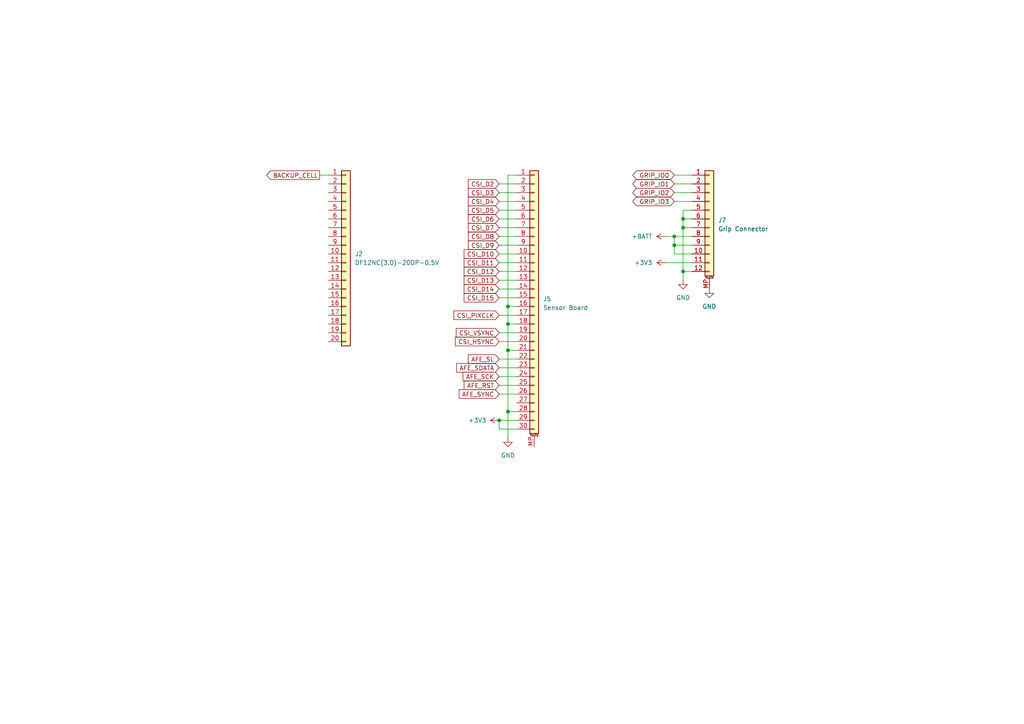
<source format=kicad_sch>
(kicad_sch (version 20230121) (generator eeschema)
  (paper "A4")
  (lib_symbols
    (symbol "+3V3_1" (power) (pin_names (offset 0))
      (property "Value" "+3V3_1" (at 0 3.556 0))
      (symbol "+3V3_1_0_1"
        (polyline (pts (xy -0.762 1.27) (xy 0 2.54)))
        (polyline (pts (xy 0 0) (xy 0 2.54)))
        (polyline (pts (xy 0 2.54) (xy 0.762 1.27)))
      )
      (symbol "+3V3_1_1_1"
        (pin power_in line (at 0 0 90) (length 0) hide (name "+3V3") (number "1"))
      )
    )
    (symbol "Connector_Generic:Conn_01x20" (pin_names (offset 1.016) hide)
      (property "Reference" "J" (at 0 25.4 0))
      (property "Value" "Conn_01x20" (at 0 -27.94 0))
      (symbol "Conn_01x20_1_1"
        (rectangle (start -1.27 -25.273) (end 0 -25.527) (stroke (width 0.1524)))
        (rectangle (start -1.27 -22.733) (end 0 -22.987) (stroke (width 0.1524)))
        (rectangle (start -1.27 -20.193) (end 0 -20.447) (stroke (width 0.1524)))
        (rectangle (start -1.27 -17.653) (end 0 -17.907) (stroke (width 0.1524)))
        (rectangle (start -1.27 -15.113) (end 0 -15.367) (stroke (width 0.1524)))
        (rectangle (start -1.27 -12.573) (end 0 -12.827) (stroke (width 0.1524)))
        (rectangle (start -1.27 -10.033) (end 0 -10.287) (stroke (width 0.1524)))
        (rectangle (start -1.27 -7.493) (end 0 -7.747) (stroke (width 0.1524)))
        (rectangle (start -1.27 -4.953) (end 0 -5.207) (stroke (width 0.1524)))
        (rectangle (start -1.27 -2.413) (end 0 -2.667) (stroke (width 0.1524)))
        (rectangle (start -1.27 0.127) (end 0 -0.127) (stroke (width 0.1524)))
        (rectangle (start -1.27 2.667) (end 0 2.413) (stroke (width 0.1524)))
        (rectangle (start -1.27 5.207) (end 0 4.953) (stroke (width 0.1524)))
        (rectangle (start -1.27 7.747) (end 0 7.493) (stroke (width 0.1524)))
        (rectangle (start -1.27 10.287) (end 0 10.033) (stroke (width 0.1524)))
        (rectangle (start -1.27 12.827) (end 0 12.573) (stroke (width 0.1524)))
        (rectangle (start -1.27 15.367) (end 0 15.113) (stroke (width 0.1524)))
        (rectangle (start -1.27 17.907) (end 0 17.653) (stroke (width 0.1524)))
        (rectangle (start -1.27 20.447) (end 0 20.193) (stroke (width 0.1524)))
        (rectangle (start -1.27 22.987) (end 0 22.733) (stroke (width 0.1524)))
        (rectangle (start -1.27 24.13) (end 1.27 -26.67) (stroke (width 0.254)) (fill (type background)))
        (pin passive line (at -5.08 22.86 0) (length 3.81) (name "Pin_1") (number "1"))
        (pin passive line (at -5.08 0 0) (length 3.81) (name "Pin_10") (number "10"))
        (pin passive line (at -5.08 -2.54 0) (length 3.81) (name "Pin_11") (number "11"))
        (pin passive line (at -5.08 -5.08 0) (length 3.81) (name "Pin_12") (number "12"))
        (pin passive line (at -5.08 -7.62 0) (length 3.81) (name "Pin_13") (number "13"))
        (pin passive line (at -5.08 -10.16 0) (length 3.81) (name "Pin_14") (number "14"))
        (pin passive line (at -5.08 -12.7 0) (length 3.81) (name "Pin_15") (number "15"))
        (pin passive line (at -5.08 -15.24 0) (length 3.81) (name "Pin_16") (number "16"))
        (pin passive line (at -5.08 -17.78 0) (length 3.81) (name "Pin_17") (number "17"))
        (pin passive line (at -5.08 -20.32 0) (length 3.81) (name "Pin_18") (number "18"))
        (pin passive line (at -5.08 -22.86 0) (length 3.81) (name "Pin_19") (number "19"))
        (pin passive line (at -5.08 20.32 0) (length 3.81) (name "Pin_2") (number "2"))
        (pin passive line (at -5.08 -25.4 0) (length 3.81) (name "Pin_20") (number "20"))
        (pin passive line (at -5.08 17.78 0) (length 3.81) (name "Pin_3") (number "3"))
        (pin passive line (at -5.08 15.24 0) (length 3.81) (name "Pin_4") (number "4"))
        (pin passive line (at -5.08 12.7 0) (length 3.81) (name "Pin_5") (number "5"))
        (pin passive line (at -5.08 10.16 0) (length 3.81) (name "Pin_6") (number "6"))
        (pin passive line (at -5.08 7.62 0) (length 3.81) (name "Pin_7") (number "7"))
        (pin passive line (at -5.08 5.08 0) (length 3.81) (name "Pin_8") (number "8"))
        (pin passive line (at -5.08 2.54 0) (length 3.81) (name "Pin_9") (number "9"))
      )
    )
    (symbol "Connector_Generic_MountingPin:Conn_01x12_MountingPin" (pin_names (offset 1.016) hide)
      (property "Reference" "J" (at 0 15.24 0))
      (property "Value" "Conn_01x12_MountingPin" (at 1.27 -17.78 0))
      (symbol "Conn_01x12_MountingPin_1_1"
        (rectangle (start -1.27 -15.113) (end 0 -15.367) (stroke (width 0.1524)))
        (rectangle (start -1.27 -12.573) (end 0 -12.827) (stroke (width 0.1524)))
        (rectangle (start -1.27 -10.033) (end 0 -10.287) (stroke (width 0.1524)))
        (rectangle (start -1.27 -7.493) (end 0 -7.747) (stroke (width 0.1524)))
        (rectangle (start -1.27 -4.953) (end 0 -5.207) (stroke (width 0.1524)))
        (rectangle (start -1.27 -2.413) (end 0 -2.667) (stroke (width 0.1524)))
        (rectangle (start -1.27 0.127) (end 0 -0.127) (stroke (width 0.1524)))
        (rectangle (start -1.27 2.667) (end 0 2.413) (stroke (width 0.1524)))
        (rectangle (start -1.27 5.207) (end 0 4.953) (stroke (width 0.1524)))
        (rectangle (start -1.27 7.747) (end 0 7.493) (stroke (width 0.1524)))
        (rectangle (start -1.27 10.287) (end 0 10.033) (stroke (width 0.1524)))
        (rectangle (start -1.27 12.827) (end 0 12.573) (stroke (width 0.1524)))
        (rectangle (start -1.27 13.97) (end 1.27 -16.51) (stroke (width 0.254)) (fill (type background)))
        (polyline (pts (xy -1.016 -17.272) (xy 1.016 -17.272)) (stroke (width 0.1524)))
        (text "Mounting" (at 0 -16.891 0) (effects (font (size 0.381 0.381))))
        (pin passive line (at -5.08 12.7 0) (length 3.81) (name "Pin_1") (number "1"))
        (pin passive line (at -5.08 -10.16 0) (length 3.81) (name "Pin_10") (number "10"))
        (pin passive line (at -5.08 -12.7 0) (length 3.81) (name "Pin_11") (number "11"))
        (pin passive line (at -5.08 -15.24 0) (length 3.81) (name "Pin_12") (number "12"))
        (pin passive line (at -5.08 10.16 0) (length 3.81) (name "Pin_2") (number "2"))
        (pin passive line (at -5.08 7.62 0) (length 3.81) (name "Pin_3") (number "3"))
        (pin passive line (at -5.08 5.08 0) (length 3.81) (name "Pin_4") (number "4"))
        (pin passive line (at -5.08 2.54 0) (length 3.81) (name "Pin_5") (number "5"))
        (pin passive line (at -5.08 0 0) (length 3.81) (name "Pin_6") (number "6"))
        (pin passive line (at -5.08 -2.54 0) (length 3.81) (name "Pin_7") (number "7"))
        (pin passive line (at -5.08 -5.08 0) (length 3.81) (name "Pin_8") (number "8"))
        (pin passive line (at -5.08 -7.62 0) (length 3.81) (name "Pin_9") (number "9"))
        (pin passive line (at 0 -20.32 90) (length 3.048) (name "MountPin") (number "MP"))
      )
    )
    (symbol "Connector_Generic_MountingPin:Conn_01x30_MountingPin" (pin_names (offset 1.016) hide)
      (property "Reference" "J" (at 0 38.1 0))
      (property "Value" "Conn_01x30_MountingPin" (at 1.27 -40.64 0))
      (symbol "Conn_01x30_MountingPin_1_1"
        (rectangle (start -1.27 -37.973) (end 0 -38.227) (stroke (width 0.1524)))
        (rectangle (start -1.27 -35.433) (end 0 -35.687) (stroke (width 0.1524)))
        (rectangle (start -1.27 -32.893) (end 0 -33.147) (stroke (width 0.1524)))
        (rectangle (start -1.27 -30.353) (end 0 -30.607) (stroke (width 0.1524)))
        (rectangle (start -1.27 -27.813) (end 0 -28.067) (stroke (width 0.1524)))
        (rectangle (start -1.27 -25.273) (end 0 -25.527) (stroke (width 0.1524)))
        (rectangle (start -1.27 -22.733) (end 0 -22.987) (stroke (width 0.1524)))
        (rectangle (start -1.27 -20.193) (end 0 -20.447) (stroke (width 0.1524)))
        (rectangle (start -1.27 -17.653) (end 0 -17.907) (stroke (width 0.1524)))
        (rectangle (start -1.27 -15.113) (end 0 -15.367) (stroke (width 0.1524)))
        (rectangle (start -1.27 -12.573) (end 0 -12.827) (stroke (width 0.1524)))
        (rectangle (start -1.27 -10.033) (end 0 -10.287) (stroke (width 0.1524)))
        (rectangle (start -1.27 -7.493) (end 0 -7.747) (stroke (width 0.1524)))
        (rectangle (start -1.27 -4.953) (end 0 -5.207) (stroke (width 0.1524)))
        (rectangle (start -1.27 -2.413) (end 0 -2.667) (stroke (width 0.1524)))
        (rectangle (start -1.27 0.127) (end 0 -0.127) (stroke (width 0.1524)))
        (rectangle (start -1.27 2.667) (end 0 2.413) (stroke (width 0.1524)))
        (rectangle (start -1.27 5.207) (end 0 4.953) (stroke (width 0.1524)))
        (rectangle (start -1.27 7.747) (end 0 7.493) (stroke (width 0.1524)))
        (rectangle (start -1.27 10.287) (end 0 10.033) (stroke (width 0.1524)))
        (rectangle (start -1.27 12.827) (end 0 12.573) (stroke (width 0.1524)))
        (rectangle (start -1.27 15.367) (end 0 15.113) (stroke (width 0.1524)))
        (rectangle (start -1.27 17.907) (end 0 17.653) (stroke (width 0.1524)))
        (rectangle (start -1.27 20.447) (end 0 20.193) (stroke (width 0.1524)))
        (rectangle (start -1.27 22.987) (end 0 22.733) (stroke (width 0.1524)))
        (rectangle (start -1.27 25.527) (end 0 25.273) (stroke (width 0.1524)))
        (rectangle (start -1.27 28.067) (end 0 27.813) (stroke (width 0.1524)))
        (rectangle (start -1.27 30.607) (end 0 30.353) (stroke (width 0.1524)))
        (rectangle (start -1.27 33.147) (end 0 32.893) (stroke (width 0.1524)))
        (rectangle (start -1.27 35.687) (end 0 35.433) (stroke (width 0.1524)))
        (rectangle (start -1.27 36.83) (end 1.27 -39.37) (stroke (width 0.254)) (fill (type background)))
        (polyline (pts (xy -1.016 -40.132) (xy 1.016 -40.132)) (stroke (width 0.1524)))
        (text "Mounting" (at 0 -39.751 0) (effects (font (size 0.381 0.381))))
        (pin passive line (at -5.08 35.56 0) (length 3.81) (name "Pin_1") (number "1"))
        (pin passive line (at -5.08 12.7 0) (length 3.81) (name "Pin_10") (number "10"))
        (pin passive line (at -5.08 10.16 0) (length 3.81) (name "Pin_11") (number "11"))
        (pin passive line (at -5.08 7.62 0) (length 3.81) (name "Pin_12") (number "12"))
        (pin passive line (at -5.08 5.08 0) (length 3.81) (name "Pin_13") (number "13"))
        (pin passive line (at -5.08 2.54 0) (length 3.81) (name "Pin_14") (number "14"))
        (pin passive line (at -5.08 0 0) (length 3.81) (name "Pin_15") (number "15"))
        (pin passive line (at -5.08 -2.54 0) (length 3.81) (name "Pin_16") (number "16"))
        (pin passive line (at -5.08 -5.08 0) (length 3.81) (name "Pin_17") (number "17"))
        (pin passive line (at -5.08 -7.62 0) (length 3.81) (name "Pin_18") (number "18"))
        (pin passive line (at -5.08 -10.16 0) (length 3.81) (name "Pin_19") (number "19"))
        (pin passive line (at -5.08 33.02 0) (length 3.81) (name "Pin_2") (number "2"))
        (pin passive line (at -5.08 -12.7 0) (length 3.81) (name "Pin_20") (number "20"))
        (pin passive line (at -5.08 -15.24 0) (length 3.81) (name "Pin_21") (number "21"))
        (pin passive line (at -5.08 -17.78 0) (length 3.81) (name "Pin_22") (number "22"))
        (pin passive line (at -5.08 -20.32 0) (length 3.81) (name "Pin_23") (number "23"))
        (pin passive line (at -5.08 -22.86 0) (length 3.81) (name "Pin_24") (number "24"))
        (pin passive line (at -5.08 -25.4 0) (length 3.81) (name "Pin_25") (number "25"))
        (pin passive line (at -5.08 -27.94 0) (length 3.81) (name "Pin_26") (number "26"))
        (pin passive line (at -5.08 -30.48 0) (length 3.81) (name "Pin_27") (number "27"))
        (pin passive line (at -5.08 -33.02 0) (length 3.81) (name "Pin_28") (number "28"))
        (pin passive line (at -5.08 -35.56 0) (length 3.81) (name "Pin_29") (number "29"))
        (pin passive line (at -5.08 30.48 0) (length 3.81) (name "Pin_3") (number "3"))
        (pin passive line (at -5.08 -38.1 0) (length 3.81) (name "Pin_30") (number "30"))
        (pin passive line (at -5.08 27.94 0) (length 3.81) (name "Pin_4") (number "4"))
        (pin passive line (at -5.08 25.4 0) (length 3.81) (name "Pin_5") (number "5"))
        (pin passive line (at -5.08 22.86 0) (length 3.81) (name "Pin_6") (number "6"))
        (pin passive line (at -5.08 20.32 0) (length 3.81) (name "Pin_7") (number "7"))
        (pin passive line (at -5.08 17.78 0) (length 3.81) (name "Pin_8") (number "8"))
        (pin passive line (at -5.08 15.24 0) (length 3.81) (name "Pin_9") (number "9"))
        (pin passive line (at 0 -43.18 90) (length 3.048) (name "MountPin") (number "MP"))
      )
    )
    (symbol "power:+3V3" (power) (pin_names (offset 0))
      (property "Value" "+3V3" (at 0 3.556 0))
      (symbol "+3V3_0_1"
        (polyline (pts (xy -0.762 1.27) (xy 0 2.54)))
        (polyline (pts (xy 0 0) (xy 0 2.54)))
        (polyline (pts (xy 0 2.54) (xy 0.762 1.27)))
      )
      (symbol "+3V3_1_1"
        (pin power_in line (at 0 0 90) (length 0) hide (name "+3V3") (number "1"))
      )
    )
    (symbol "power:+BATT" (power) (pin_names (offset 0))
      (property "Value" "+BATT" (at 0 3.556 0))
      (symbol "+BATT_0_1"
        (polyline (pts (xy -0.762 1.27) (xy 0 2.54)))
        (polyline (pts (xy 0 0) (xy 0 2.54)))
        (polyline (pts (xy 0 2.54) (xy 0.762 1.27)))
      )
      (symbol "+BATT_1_1"
        (pin power_in line (at 0 0 90) (length 0) hide (name "+BATT") (number "1"))
      )
    )
    (symbol "power:GND" (power) (pin_names (offset 0))
      (property "Value" "GND" (at 0 -3.81 0))
      (symbol "GND_0_1"
        (polyline (pts (xy 0 0) (xy 0 -1.27) (xy 1.27 -1.27) (xy 0 -2.54) (xy -1.27 -1.27) (xy 0 -1.27)))
      )
      (symbol "GND_1_1"
        (pin power_in line (at 0 0 270) (length 0) hide (name "GND") (number "1"))
      )
    )
  )
  (junction (at 198.12 66.04))
  (junction (at 195.58 71.12))
  (junction (at 198.12 78.74))
  (junction (at 144.78 121.92))
  (junction (at 147.32 93.98))
  (junction (at 147.32 88.9))
  (junction (at 198.12 63.5))
  (junction (at 147.32 101.6))
  (junction (at 195.58 68.58))
  (junction (at 147.32 119.38))
  (wire (pts (xy 144.78 78.74) (xy 149.86 78.74)))
  (wire (pts (xy 198.12 63.5) (xy 198.12 66.04)))
  (wire (pts (xy 198.12 63.5) (xy 200.66 63.5)))
  (wire (pts (xy 144.78 60.96) (xy 149.86 60.96)))
  (wire (pts (xy 147.32 101.6) (xy 149.86 101.6)))
  (wire (pts (xy 144.78 66.04) (xy 149.86 66.04)))
  (wire (pts (xy 144.78 53.34) (xy 149.86 53.34)))
  (wire (pts (xy 147.32 119.38) (xy 149.86 119.38)))
  (wire (pts (xy 144.78 99.06) (xy 149.86 99.06)))
  (wire (pts (xy 200.66 73.66) (xy 195.58 73.66)))
  (wire (pts (xy 198.12 66.04) (xy 198.12 78.74)))
  (wire (pts (xy 149.86 124.46) (xy 144.78 124.46)))
  (wire (pts (xy 195.58 55.88) (xy 200.66 55.88)))
  (wire (pts (xy 144.78 86.36) (xy 149.86 86.36)))
  (wire (pts (xy 144.78 63.5) (xy 149.86 63.5)))
  (wire (pts (xy 147.32 88.9) (xy 147.32 93.98)))
  (wire (pts (xy 144.78 55.88) (xy 149.86 55.88)))
  (wire (pts (xy 198.12 78.74) (xy 200.66 78.74)))
  (wire (pts (xy 193.04 68.58) (xy 195.58 68.58)))
  (wire (pts (xy 92.71 50.8) (xy 95.25 50.8)))
  (wire (pts (xy 144.78 91.44) (xy 149.86 91.44)))
  (wire (pts (xy 147.32 93.98) (xy 149.86 93.98)))
  (wire (pts (xy 147.32 93.98) (xy 147.32 101.6)))
  (wire (pts (xy 144.78 71.12) (xy 149.86 71.12)))
  (wire (pts (xy 149.86 104.14) (xy 144.78 104.14)))
  (wire (pts (xy 195.58 73.66) (xy 195.58 71.12)))
  (wire (pts (xy 144.78 76.2) (xy 149.86 76.2)))
  (wire (pts (xy 200.66 60.96) (xy 198.12 60.96)))
  (wire (pts (xy 144.78 121.92) (xy 149.86 121.92)))
  (wire (pts (xy 198.12 66.04) (xy 200.66 66.04)))
  (wire (pts (xy 147.32 88.9) (xy 149.86 88.9)))
  (wire (pts (xy 144.78 83.82) (xy 149.86 83.82)))
  (wire (pts (xy 144.78 73.66) (xy 149.86 73.66)))
  (wire (pts (xy 193.04 76.2) (xy 200.66 76.2)))
  (wire (pts (xy 198.12 78.74) (xy 198.12 81.28)))
  (wire (pts (xy 195.58 71.12) (xy 195.58 68.58)))
  (wire (pts (xy 149.86 50.8) (xy 147.32 50.8)))
  (wire (pts (xy 198.12 60.96) (xy 198.12 63.5)))
  (wire (pts (xy 147.32 119.38) (xy 147.32 127)))
  (wire (pts (xy 195.58 68.58) (xy 200.66 68.58)))
  (wire (pts (xy 195.58 50.8) (xy 200.66 50.8)))
  (wire (pts (xy 149.86 111.76) (xy 144.78 111.76)))
  (wire (pts (xy 149.86 106.68) (xy 144.78 106.68)))
  (wire (pts (xy 149.86 114.3) (xy 144.78 114.3)))
  (wire (pts (xy 195.58 58.42) (xy 200.66 58.42)))
  (wire (pts (xy 144.78 96.52) (xy 149.86 96.52)))
  (wire (pts (xy 144.78 68.58) (xy 149.86 68.58)))
  (wire (pts (xy 144.78 124.46) (xy 144.78 121.92)))
  (wire (pts (xy 195.58 53.34) (xy 200.66 53.34)))
  (wire (pts (xy 149.86 109.22) (xy 144.78 109.22)))
  (wire (pts (xy 144.78 81.28) (xy 149.86 81.28)))
  (wire (pts (xy 195.58 71.12) (xy 200.66 71.12)))
  (wire (pts (xy 147.32 50.8) (xy 147.32 88.9)))
  (wire (pts (xy 144.78 58.42) (xy 149.86 58.42)))
  (wire (pts (xy 147.32 101.6) (xy 147.32 119.38)))
  (global_label "AFE_RST" (shape input) (at 144.78 111.76 180) (property "Intersheetrefs" "${INTERSHEET_REFS}" (effects hide)))
  (global_label "CSI_D8" (shape input) (at 144.78 68.58 180) (property "Intersheetrefs" "${INTERSHEET_REFS}" (effects hide)))
  (global_label "AFE_SCK" (shape input) (at 144.78 109.22 180) (property "Intersheetrefs" "${INTERSHEET_REFS}" (effects hide)))
  (global_label "CSI_D9" (shape input) (at 144.78 71.12 180) (property "Intersheetrefs" "${INTERSHEET_REFS}" (effects hide)))
  (global_label "CSI_HSYNC" (shape input) (at 144.78 99.06 180) (property "Intersheetrefs" "${INTERSHEET_REFS}" (effects hide)))
  (global_label "CSI_D13" (shape input) (at 144.78 81.28 180) (property "Intersheetrefs" "${INTERSHEET_REFS}" (effects hide)))
  (global_label "CSI_D14" (shape input) (at 144.78 83.82 180) (property "Intersheetrefs" "${INTERSHEET_REFS}" (effects hide)))
  (global_label "CSI_D10" (shape input) (at 144.78 73.66 180) (property "Intersheetrefs" "${INTERSHEET_REFS}" (effects hide)))
  (global_label "CSI_D2" (shape input) (at 144.78 53.34 180) (property "Intersheetrefs" "${INTERSHEET_REFS}" (effects hide)))
  (global_label "AFE_SL" (shape input) (at 144.78 104.14 180) (property "Intersheetrefs" "${INTERSHEET_REFS}" (effects hide)))
  (global_label "CSI_D3" (shape input) (at 144.78 55.88 180) (property "Intersheetrefs" "${INTERSHEET_REFS}" (effects hide)))
  (global_label "CSI_D15" (shape input) (at 144.78 86.36 180) (property "Intersheetrefs" "${INTERSHEET_REFS}" (effects hide)))
  (global_label "CSI_D6" (shape input) (at 144.78 63.5 180) (property "Intersheetrefs" "${INTERSHEET_REFS}" (effects hide)))
  (global_label "CSI_PIXCLK" (shape input) (at 144.78 91.44 180) (property "Intersheetrefs" "${INTERSHEET_REFS}" (effects hide)))
  (global_label "CSI_D5" (shape input) (at 144.78 60.96 180) (property "Intersheetrefs" "${INTERSHEET_REFS}" (effects hide)))
  (global_label "GRIP_IO0" (shape bidirectional) (at 195.58 50.8 180) (property "Intersheetrefs" "${INTERSHEET_REFS}" (effects hide)))
  (global_label "AFE_SDATA" (shape input) (at 144.78 106.68 180) (property "Intersheetrefs" "${INTERSHEET_REFS}" (effects hide)))
  (global_label "CSI_D11" (shape input) (at 144.78 76.2 180) (property "Intersheetrefs" "${INTERSHEET_REFS}" (effects hide)))
  (global_label "AFE_SYNC" (shape input) (at 144.78 114.3 180) (property "Intersheetrefs" "${INTERSHEET_REFS}" (effects hide)))
  (global_label "BACKUP_CELL" (shape output) (at 92.71 50.8 180) (property "Intersheetrefs" "${INTERSHEET_REFS}" (effects hide)))
  (global_label "CSI_D12" (shape input) (at 144.78 78.74 180) (property "Intersheetrefs" "${INTERSHEET_REFS}" (effects hide)))
  (global_label "GRIP_IO2" (shape bidirectional) (at 195.58 55.88 180) (property "Intersheetrefs" "${INTERSHEET_REFS}" (effects hide)))
  (global_label "CSI_VSYNC" (shape input) (at 144.78 96.52 180) (property "Intersheetrefs" "${INTERSHEET_REFS}" (effects hide)))
  (global_label "CSI_D7" (shape input) (at 144.78 66.04 180) (property "Intersheetrefs" "${INTERSHEET_REFS}" (effects hide)))
  (global_label "GRIP_IO3" (shape bidirectional) (at 195.58 58.42 180) (property "Intersheetrefs" "${INTERSHEET_REFS}" (effects hide)))
  (global_label "CSI_D4" (shape input) (at 144.78 58.42 180) (property "Intersheetrefs" "${INTERSHEET_REFS}" (effects hide)))
  (global_label "GRIP_IO1" (shape bidirectional) (at 195.58 53.34 180) (property "Intersheetrefs" "${INTERSHEET_REFS}" (effects hide)))
  (symbol (lib_id "power:+BATT") (at 193.04 68.58 90) (unit 1)
    (property "Reference" "#PWR089" (effects hide))
    (property "Value" "+BATT" (at 189.23 68.58 90) (effects (justify left)))
  )
  (symbol (lib_id "power:GND") (at 205.74 83.82 0) (unit 1)
    (property "Reference" "#PWR03" (effects hide))
    (property "Value" "GND" (at 205.74 88.9 0))
  )
  (symbol (lib_id "Connector_Generic_MountingPin:Conn_01x30_MountingPin") (at 154.94 86.36 0) (unit 1)
    (property "Reference" "J5" (at 157.48 86.7156 0) (effects (justify left)))
    (property "Value" "Sensor Board" (at 157.48 89.2556 0) (effects (justify left)))
    (property "Footprint" "Connector_FFC-FPC:Hirose_FH12-30S-0.5SH_1x30-1MP_P0.50mm_Horizontal" (effects hide))
  )
  (symbol (lib_id "power:GND") (at 147.32 127 0) (unit 1)
    (property "Reference" "#PWR069" (effects hide))
    (property "Value" "GND" (at 147.32 132.08 0))
  )
  (symbol (lib_id "Connector_Generic:Conn_01x20") (at 100.33 73.66 0) (unit 1)
    (property "Reference" "J2" (at 102.87 73.66 0) (effects (justify left)))
    (property "Value" "DF12NC(3.0)-20DP-0.5V" (at 102.87 76.2 0) (effects (justify left)))
    (property "Footprint" "Connector_Hirose:Hirose_DF12_DF12E3.0-20DP-0.5V_2x10_P0.50mm_Vertical" (effects hide))
  )
  (symbol (lib_id "power:GND") (at 198.12 81.28 0) (unit 1)
    (property "Reference" "#PWR084" (effects hide))
    (property "Value" "GND" (at 198.12 86.36 0))
  )
  (symbol (lib_id "power:+3V3") (at 144.78 121.92 90) (unit 1)
    (property "Reference" "#PWR033" (effects hide))
    (property "Value" "+3V3" (at 138.43 121.92 90))
    (instances (project "pcb" (path "" (reference "#PWR033") (unit 1)) (path "" (reference "#PWR070") (unit 1))))
  )
  (symbol (lib_id "Connector_Generic_MountingPin:Conn_01x12_MountingPin") (at 205.74 63.5 0) (unit 1)
    (property "Reference" "J7" (at 208.28 63.8556 0) (effects (justify left)))
    (property "Value" "Grip Connector" (at 208.28 66.3956 0) (effects (justify left)))
    (property "Footprint" "Connector_FFC-FPC:Hirose_FH12-12S-0.5SH_1x12-1MP_P0.50mm_Horizontal" (effects hide))
  )
  (symbol (lib_name "+3V3_1") (lib_id "power:+3V3") (at 193.04 76.2 90) (unit 1)
    (property "Reference" "#PWR093" (effects hide))
    (property "Value" "+3V3" (at 189.23 76.2 90) (effects (justify left)))
  )
)
</source>
